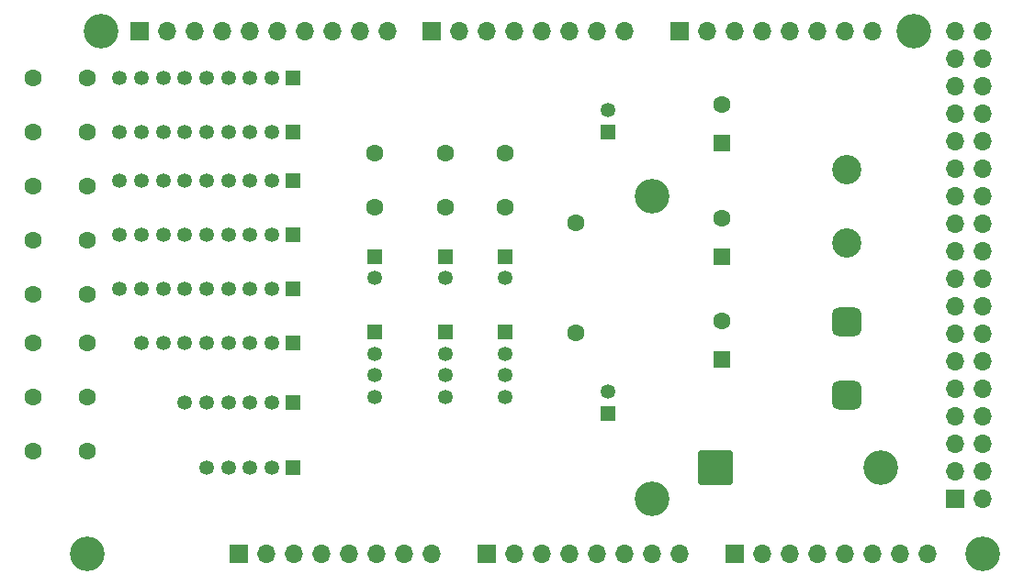
<source format=gbr>
%TF.GenerationSoftware,KiCad,Pcbnew,9.0.3*%
%TF.CreationDate,2026-02-23T11:54:41+01:00*%
%TF.ProjectId,Arduino Shield,41726475-696e-46f2-9053-6869656c642e,rev?*%
%TF.SameCoordinates,Original*%
%TF.FileFunction,Soldermask,Bot*%
%TF.FilePolarity,Negative*%
%FSLAX46Y46*%
G04 Gerber Fmt 4.6, Leading zero omitted, Abs format (unit mm)*
G04 Created by KiCad (PCBNEW 9.0.3) date 2026-02-23 11:54:41*
%MOMM*%
%LPD*%
G01*
G04 APERTURE LIST*
G04 Aperture macros list*
%AMRoundRect*
0 Rectangle with rounded corners*
0 $1 Rounding radius*
0 $2 $3 $4 $5 $6 $7 $8 $9 X,Y pos of 4 corners*
0 Add a 4 corners polygon primitive as box body*
4,1,4,$2,$3,$4,$5,$6,$7,$8,$9,$2,$3,0*
0 Add four circle primitives for the rounded corners*
1,1,$1+$1,$2,$3*
1,1,$1+$1,$4,$5*
1,1,$1+$1,$6,$7*
1,1,$1+$1,$8,$9*
0 Add four rect primitives between the rounded corners*
20,1,$1+$1,$2,$3,$4,$5,0*
20,1,$1+$1,$4,$5,$6,$7,0*
20,1,$1+$1,$6,$7,$8,$9,0*
20,1,$1+$1,$8,$9,$2,$3,0*%
G04 Aperture macros list end*
%ADD10R,1.700000X1.700000*%
%ADD11O,1.700000X1.700000*%
%ADD12RoundRect,0.675000X0.675000X-0.675000X0.675000X0.675000X-0.675000X0.675000X-0.675000X-0.675000X0*%
%ADD13C,2.700000*%
%ADD14C,1.600000*%
%ADD15R,1.350000X1.350000*%
%ADD16C,1.350000*%
%ADD17C,3.200000*%
%ADD18RoundRect,0.250000X-1.350000X-1.350000X1.350000X-1.350000X1.350000X1.350000X-1.350000X1.350000X0*%
%ADD19RoundRect,0.250000X0.550000X-0.550000X0.550000X0.550000X-0.550000X0.550000X-0.550000X-0.550000X0*%
G04 APERTURE END LIST*
D10*
%TO.C,J7*%
X193980000Y-92380000D03*
D11*
X196520000Y-92380000D03*
X193980000Y-89840000D03*
X196520000Y-89840000D03*
X193980000Y-87300000D03*
X196520000Y-87300000D03*
X193980000Y-84760000D03*
X196520000Y-84760000D03*
X193980000Y-82220000D03*
X196520000Y-82220000D03*
X193980000Y-79680000D03*
X196520000Y-79680000D03*
X193980000Y-77140000D03*
X196520000Y-77140000D03*
X193980000Y-74600000D03*
X196520000Y-74600000D03*
X193980000Y-72060000D03*
X196520000Y-72060000D03*
X193980000Y-69520000D03*
X196520000Y-69520000D03*
X193980000Y-66980000D03*
X196520000Y-66980000D03*
X193980000Y-64440000D03*
X196520000Y-64440000D03*
X193980000Y-61900000D03*
X196520000Y-61900000D03*
X193980000Y-59360000D03*
X196520000Y-59360000D03*
X193980000Y-56820000D03*
X196520000Y-56820000D03*
X193980000Y-54280000D03*
X196520000Y-54280000D03*
X193980000Y-51740000D03*
X196520000Y-51740000D03*
X193980000Y-49200000D03*
X196520000Y-49200000D03*
%TD*%
D10*
%TO.C,J1*%
X127940000Y-97460000D03*
D11*
X130480000Y-97460000D03*
X133020000Y-97460000D03*
X135560000Y-97460000D03*
X138100000Y-97460000D03*
X140640000Y-97460000D03*
X143180000Y-97460000D03*
X145720000Y-97460000D03*
%TD*%
D10*
%TO.C,J3*%
X150800000Y-97460000D03*
D11*
X153340000Y-97460000D03*
X155880000Y-97460000D03*
X158420000Y-97460000D03*
X160960000Y-97460000D03*
X163500000Y-97460000D03*
X166040000Y-97460000D03*
X168580000Y-97460000D03*
%TD*%
D10*
%TO.C,J5*%
X173660000Y-97460000D03*
D11*
X176200000Y-97460000D03*
X178740000Y-97460000D03*
X181280000Y-97460000D03*
X183820000Y-97460000D03*
X186360000Y-97460000D03*
X188900000Y-97460000D03*
X191440000Y-97460000D03*
%TD*%
D10*
%TO.C,J2*%
X118796000Y-49200000D03*
D11*
X121336000Y-49200000D03*
X123876000Y-49200000D03*
X126416000Y-49200000D03*
X128956000Y-49200000D03*
X131496000Y-49200000D03*
X134036000Y-49200000D03*
X136576000Y-49200000D03*
X139116000Y-49200000D03*
X141656000Y-49200000D03*
%TD*%
D10*
%TO.C,J4*%
X145720000Y-49200000D03*
D11*
X148260000Y-49200000D03*
X150800000Y-49200000D03*
X153340000Y-49200000D03*
X155880000Y-49200000D03*
X158420000Y-49200000D03*
X160960000Y-49200000D03*
X163500000Y-49200000D03*
%TD*%
D10*
%TO.C,J6*%
X168580000Y-49200000D03*
D11*
X171120000Y-49200000D03*
X173660000Y-49200000D03*
X176200000Y-49200000D03*
X178740000Y-49200000D03*
X181280000Y-49200000D03*
X183820000Y-49200000D03*
X186360000Y-49200000D03*
%TD*%
D12*
%TO.C,F1*%
X184000000Y-82800000D03*
X184000000Y-76040000D03*
D13*
X184000000Y-68760000D03*
X184000000Y-62000000D03*
%TD*%
D14*
%TO.C,C15*%
X114000000Y-78000000D03*
X109000000Y-78000000D03*
%TD*%
%TO.C,C8*%
X152500000Y-65500000D03*
X152500000Y-60500000D03*
%TD*%
D15*
%TO.C,J22*%
X140500000Y-70000000D03*
D16*
X140500000Y-72000000D03*
%TD*%
D14*
%TO.C,C9*%
X114000000Y-83000000D03*
X109000000Y-83000000D03*
%TD*%
D17*
%TO.C,MH6*%
X196520000Y-97460000D03*
%TD*%
D15*
%TO.C,J9*%
X133000000Y-53500000D03*
D16*
X131000000Y-53500000D03*
X129000000Y-53500000D03*
X127000000Y-53500000D03*
X125000000Y-53500000D03*
X123000000Y-53500000D03*
X121000000Y-53500000D03*
X119000000Y-53500000D03*
X117000000Y-53500000D03*
%TD*%
D15*
%TO.C,J19*%
X152500000Y-70000000D03*
D16*
X152500000Y-72000000D03*
%TD*%
D14*
%TO.C,C7*%
X147000000Y-65500000D03*
X147000000Y-60500000D03*
%TD*%
%TO.C,C13*%
X114000000Y-73500000D03*
X109000000Y-73500000D03*
%TD*%
D15*
%TO.C,J14*%
X133000000Y-78000000D03*
D16*
X131000000Y-78000000D03*
X129000000Y-78000000D03*
X127000000Y-78000000D03*
X125000000Y-78000000D03*
X123000000Y-78000000D03*
X121000000Y-78000000D03*
X119000000Y-78000000D03*
%TD*%
D15*
%TO.C,J12*%
X133000000Y-68000000D03*
D16*
X131000000Y-68000000D03*
X129000000Y-68000000D03*
X127000000Y-68000000D03*
X125000000Y-68000000D03*
X123000000Y-68000000D03*
X121000000Y-68000000D03*
X119000000Y-68000000D03*
X117000000Y-68000000D03*
%TD*%
D15*
%TO.C,J21*%
X147000000Y-70000000D03*
D16*
X147000000Y-72000000D03*
%TD*%
D18*
%TO.C,D1*%
X171880000Y-89500000D03*
D17*
X187120000Y-89500000D03*
%TD*%
D19*
%TO.C,C2*%
X172500000Y-70000000D03*
D14*
X172500000Y-66500000D03*
%TD*%
%TO.C,C14*%
X114000000Y-68500000D03*
X109000000Y-68500000D03*
%TD*%
D15*
%TO.C,J23*%
X162000000Y-84500000D03*
D16*
X162000000Y-82500000D03*
%TD*%
D15*
%TO.C,J18*%
X162000000Y-58500000D03*
D16*
X162000000Y-56500000D03*
%TD*%
D17*
%TO.C,MH1*%
X115240000Y-49200000D03*
%TD*%
D15*
%TO.C,J15*%
X152500000Y-77000000D03*
D16*
X152500000Y-79000000D03*
X152500000Y-81000000D03*
X152500000Y-83000000D03*
%TD*%
D15*
%TO.C,J8*%
X133000000Y-89500000D03*
D16*
X131000000Y-89500000D03*
X129000000Y-89500000D03*
X127000000Y-89500000D03*
X125000000Y-89500000D03*
%TD*%
D19*
%TO.C,C1*%
X172500000Y-59500000D03*
D14*
X172500000Y-56000000D03*
%TD*%
%TO.C,C6*%
X140500000Y-65500000D03*
X140500000Y-60500000D03*
%TD*%
%TO.C,C10*%
X114000000Y-53500000D03*
X109000000Y-53500000D03*
%TD*%
D19*
%TO.C,C3*%
X172500000Y-79500000D03*
D14*
X172500000Y-76000000D03*
%TD*%
D15*
%TO.C,J10*%
X133000000Y-58500000D03*
D16*
X131000000Y-58500000D03*
X129000000Y-58500000D03*
X127000000Y-58500000D03*
X125000000Y-58500000D03*
X123000000Y-58500000D03*
X121000000Y-58500000D03*
X119000000Y-58500000D03*
X117000000Y-58500000D03*
%TD*%
D15*
%TO.C,J11*%
X133000000Y-63000000D03*
D16*
X131000000Y-63000000D03*
X129000000Y-63000000D03*
X127000000Y-63000000D03*
X125000000Y-63000000D03*
X123000000Y-63000000D03*
X121000000Y-63000000D03*
X119000000Y-63000000D03*
X117000000Y-63000000D03*
%TD*%
D15*
%TO.C,J17*%
X140500000Y-77000000D03*
D16*
X140500000Y-79000000D03*
X140500000Y-81000000D03*
X140500000Y-83000000D03*
%TD*%
D14*
%TO.C,C11*%
X114000000Y-58500000D03*
X109000000Y-58500000D03*
%TD*%
D17*
%TO.C,MH2*%
X113970000Y-97460000D03*
%TD*%
D14*
%TO.C,R1*%
X159000000Y-66920000D03*
X159000000Y-77080000D03*
%TD*%
%TO.C,C4*%
X114000000Y-88000000D03*
X109000000Y-88000000D03*
%TD*%
D17*
%TO.C,MH3*%
X166040000Y-64440000D03*
%TD*%
%TO.C,MH4*%
X166040000Y-92380000D03*
%TD*%
D14*
%TO.C,C12*%
X114000000Y-63500000D03*
X109000000Y-63500000D03*
%TD*%
D15*
%TO.C,J16*%
X147000000Y-77000000D03*
D16*
X147000000Y-79000000D03*
X147000000Y-81000000D03*
X147000000Y-83000000D03*
%TD*%
D15*
%TO.C,J13*%
X133000000Y-73000000D03*
D16*
X131000000Y-73000000D03*
X129000000Y-73000000D03*
X127000000Y-73000000D03*
X125000000Y-73000000D03*
X123000000Y-73000000D03*
X121000000Y-73000000D03*
X119000000Y-73000000D03*
X117000000Y-73000000D03*
%TD*%
D17*
%TO.C,MH5*%
X190170000Y-49200000D03*
%TD*%
D15*
%TO.C,J20*%
X133000000Y-83500000D03*
D16*
X131000000Y-83500000D03*
X129000000Y-83500000D03*
X127000000Y-83500000D03*
X125000000Y-83500000D03*
X123000000Y-83500000D03*
%TD*%
M02*

</source>
